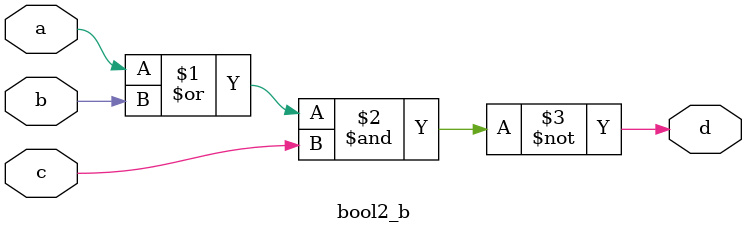
<source format=v>
`timescale 1ns / 1ps


module bool2_b(
    input a,b,c,
    output d
    );
assign d=~((a|b)&c);
endmodule

</source>
